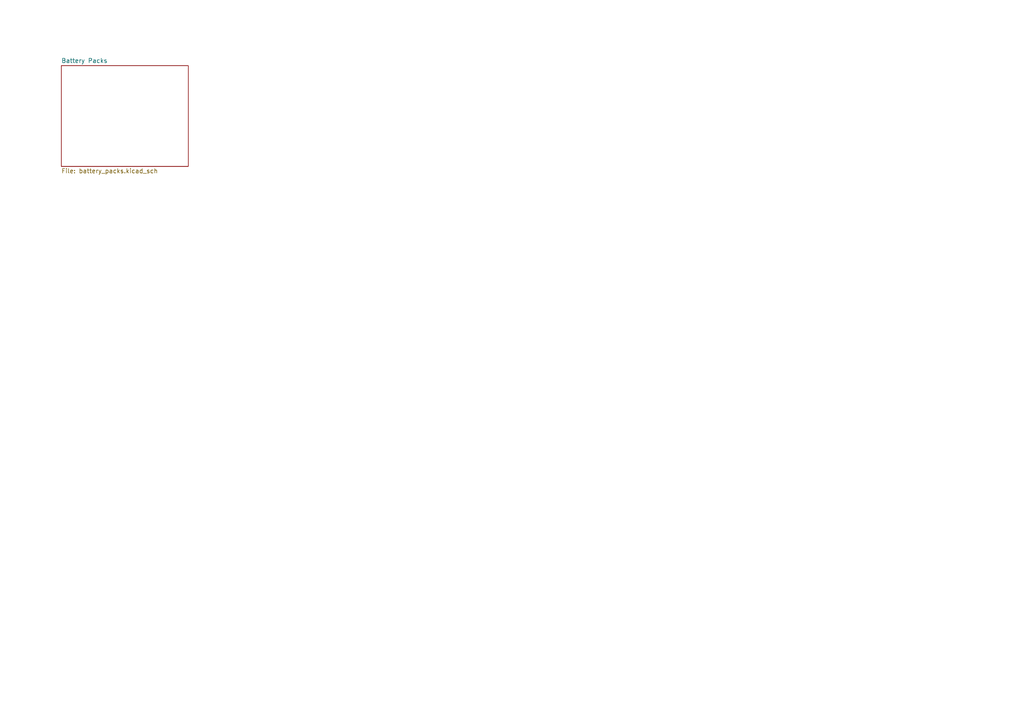
<source format=kicad_sch>
(kicad_sch (version 20230121) (generator eeschema)
  (paper "A4")
  (lib_symbols)
  (sheet (at 17.78 19.05) (size 36.83 29.21) (stroke (width 0.1524))
    (property "Sheetname" "Battery Packs" (at 17.78 18.3384 0) (effects (justify left bottom)))
    (property "Sheetfile" "battery_packs.kicad_sch" (at 17.78 48.8446 0) (effects (justify left top)))
  )
)
</source>
